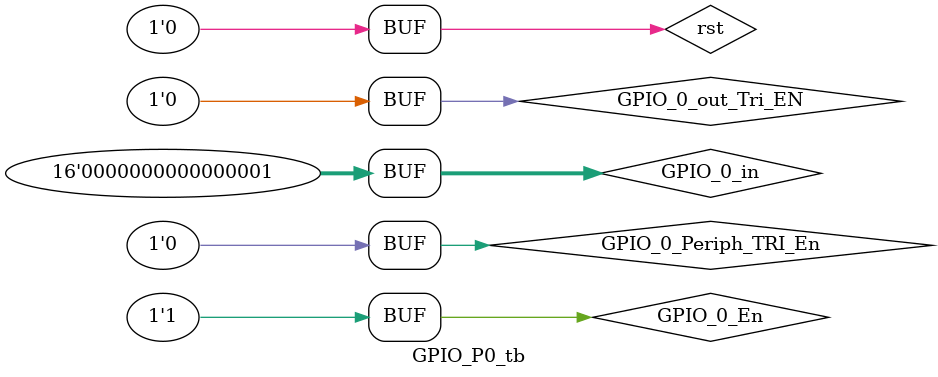
<source format=v>
`timescale 1ns/1ps                           //Change Reg numbers as needed to test
module GPIO_P0_tb();
wire [15:0] GPIO_0_in, GPIO_0_out_to_TRI;
wire [15:0] GPIO_0_out_to_BUS, GPIO_To_Periph;
reg rst, GPIO_0_En, GPIO_0_out_Tri_EN, GPIO_0_Periph_TRI_En;

GPIO_P0 UUT(GPIO_0_in, GPIO_0_out_to_TRI, GPIO_0_En, rst, GPIO_0_out_Tri_EN, GPIO_0_out_to_BUS, GPIO_To_Periph, GPIO_0_Periph_TRI_En);  //Change Reg numbers as needed to test

assign GPIO_0_in = 16'b1;


initial begin 
 rst<=1;
 GPIO_0_Periph_TRI_En <=0;
 GPIO_0_out_Tri_EN <= 1;
 
 GPIO_0_En <= 0;
 #100;
 
 GPIO_0_En <= 1;
 #100;
 
 rst <= 0;
 
 GPIO_0_En <= 0;
 #100;
 
 GPIO_0_En <= 1;
 #100;
  
 
 GPIO_0_out_Tri_EN <= 0;
 #100;
 
 GPIO_0_Periph_TRI_En <= 1;
 #100;
 
 GPIO_0_Periph_TRI_En <= 0;
 #100;
 
  end 
endmodule 

</source>
